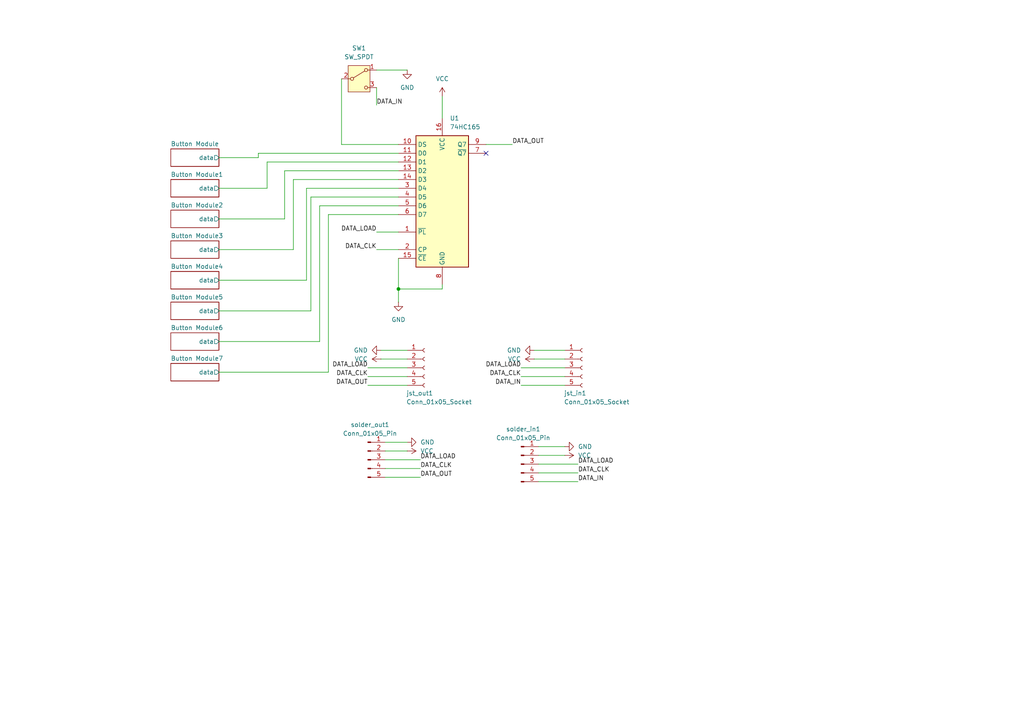
<source format=kicad_sch>
(kicad_sch (version 20231120) (generator "eeschema") (generator_version "8.0")
  (paper "A4")
  (lib_symbols
    (symbol "74xx:74HC165"
      (property "Reference" "U" (at -7.62 19.05 0))
      (property "Value" "74HC165" (at -7.62 -21.59 0))
      (symbol "74HC165_1_0"
        (pin input line (at -12.7 -10.16 0) (length 5.08) (name "~{PL}") (number "1"))
        (pin input line (at -12.7 15.24 0) (length 5.08) (name "DS") (number "10"))
        (pin input line (at -12.7 12.7 0) (length 5.08) (name "D0") (number "11"))
        (pin input line (at -12.7 10.16 0) (length 5.08) (name "D1") (number "12"))
        (pin input line (at -12.7 7.62 0) (length 5.08) (name "D2") (number "13"))
        (pin input line (at -12.7 5.08 0) (length 5.08) (name "D3") (number "14"))
        (pin input line (at -12.7 -17.78 0) (length 5.08) (name "~{CE}") (number "15"))
        (pin power_in line (at 0 22.86 270) (length 5.08) (name "VCC") (number "16"))
        (pin input line (at -12.7 -15.24 0) (length 5.08) (name "CP") (number "2"))
        (pin input line (at -12.7 2.54 0) (length 5.08) (name "D4") (number "3"))
        (pin input line (at -12.7 0 0) (length 5.08) (name "D5") (number "4"))
        (pin input line (at -12.7 -2.54 0) (length 5.08) (name "D6") (number "5"))
        (pin input line (at -12.7 -5.08 0) (length 5.08) (name "D7") (number "6"))
        (pin output line (at 12.7 12.7 180) (length 5.08) (name "~{Q7}") (number "7"))
        (pin power_in line (at 0 -25.4 90) (length 5.08) (name "GND") (number "8"))
        (pin output line (at 12.7 15.24 180) (length 5.08) (name "Q7") (number "9"))
      )
      (symbol "74HC165_1_1"
        (rectangle (start -7.62 17.78) (end 7.62 -20.32) (stroke (width 0.254)) (fill (type background)))
      )
    )
    (symbol "Connector:Conn_01x05_Pin" (pin_names (offset 1.016) hide)
      (property "Reference" "J" (at 0 7.62 0))
      (property "Value" "Conn_01x05_Pin" (at 0 -7.62 0))
      (symbol "Conn_01x05_Pin_1_1"
        (polyline (pts (xy 1.27 -5.08) (xy 0.8636 -5.08)) (stroke (width 0.1524)))
        (polyline (pts (xy 1.27 -2.54) (xy 0.8636 -2.54)) (stroke (width 0.1524)))
        (polyline (pts (xy 1.27 0) (xy 0.8636 0)) (stroke (width 0.1524)))
        (polyline (pts (xy 1.27 2.54) (xy 0.8636 2.54)) (stroke (width 0.1524)))
        (polyline (pts (xy 1.27 5.08) (xy 0.8636 5.08)) (stroke (width 0.1524)))
        (rectangle (start 0.8636 -4.953) (end 0 -5.207) (stroke (width 0.1524)) (fill (type outline)))
        (rectangle (start 0.8636 -2.413) (end 0 -2.667) (stroke (width 0.1524)) (fill (type outline)))
        (rectangle (start 0.8636 0.127) (end 0 -0.127) (stroke (width 0.1524)) (fill (type outline)))
        (rectangle (start 0.8636 2.667) (end 0 2.413) (stroke (width 0.1524)) (fill (type outline)))
        (rectangle (start 0.8636 5.207) (end 0 4.953) (stroke (width 0.1524)) (fill (type outline)))
        (pin passive line (at 5.08 5.08 180) (length 3.81) (name "Pin_1") (number "1"))
        (pin passive line (at 5.08 2.54 180) (length 3.81) (name "Pin_2") (number "2"))
        (pin passive line (at 5.08 0 180) (length 3.81) (name "Pin_3") (number "3"))
        (pin passive line (at 5.08 -2.54 180) (length 3.81) (name "Pin_4") (number "4"))
        (pin passive line (at 5.08 -5.08 180) (length 3.81) (name "Pin_5") (number "5"))
      )
    )
    (symbol "Connector:Conn_01x05_Socket" (pin_names (offset 1.016) hide)
      (property "Reference" "J" (at 0 7.62 0))
      (property "Value" "Conn_01x05_Socket" (at 0 -7.62 0))
      (symbol "Conn_01x05_Socket_1_1"
        (arc (start 0 -4.572) (mid -0.5058 -5.08) (end 0 -5.588) (stroke (width 0.1524)))
        (arc (start 0 -2.032) (mid -0.5058 -2.54) (end 0 -3.048) (stroke (width 0.1524)))
        (polyline (pts (xy -1.27 -5.08) (xy -0.508 -5.08)) (stroke (width 0.1524)))
        (polyline (pts (xy -1.27 -2.54) (xy -0.508 -2.54)) (stroke (width 0.1524)))
        (polyline (pts (xy -1.27 0) (xy -0.508 0)) (stroke (width 0.1524)))
        (polyline (pts (xy -1.27 2.54) (xy -0.508 2.54)) (stroke (width 0.1524)))
        (polyline (pts (xy -1.27 5.08) (xy -0.508 5.08)) (stroke (width 0.1524)))
        (arc (start 0 0.508) (mid -0.5058 0) (end 0 -0.508) (stroke (width 0.1524)))
        (arc (start 0 3.048) (mid -0.5058 2.54) (end 0 2.032) (stroke (width 0.1524)))
        (arc (start 0 5.588) (mid -0.5058 5.08) (end 0 4.572) (stroke (width 0.1524)))
        (pin passive line (at -5.08 5.08 0) (length 3.81) (name "Pin_1") (number "1"))
        (pin passive line (at -5.08 2.54 0) (length 3.81) (name "Pin_2") (number "2"))
        (pin passive line (at -5.08 0 0) (length 3.81) (name "Pin_3") (number "3"))
        (pin passive line (at -5.08 -2.54 0) (length 3.81) (name "Pin_4") (number "4"))
        (pin passive line (at -5.08 -5.08 0) (length 3.81) (name "Pin_5") (number "5"))
      )
    )
    (symbol "GND_1" (power) (pin_numbers hide) (pin_names (offset 0) hide)
      (property "Value" "GND" (at 0 -3.81 0))
      (symbol "GND_1_0_1"
        (polyline (pts (xy 0 0) (xy 0 -1.27) (xy 1.27 -1.27) (xy 0 -2.54) (xy -1.27 -1.27) (xy 0 -1.27)))
      )
      (symbol "GND_1_1_1"
        (pin power_in line (at 0 0 270) (length 0) (name "~") (number "1"))
      )
    )
    (symbol "Switch:SW_SPDT" (pin_names (offset 0) hide)
      (property "Reference" "SW" (at 0 5.08 0))
      (property "Value" "SW_SPDT" (at 0 -5.08 0))
      (symbol "SW_SPDT_0_1"
        (circle (center -2.032 0) (radius 0.4572))
        (polyline (pts (xy -1.651 0.254) (xy 1.651 2.286)))
        (circle (center 2.032 -2.54) (radius 0.4572))
        (circle (center 2.032 2.54) (radius 0.4572))
      )
      (symbol "SW_SPDT_1_1"
        (rectangle (start -3.175 3.81) (end 3.175 -3.81) (fill (type background)))
        (pin passive line (at 5.08 2.54 180) (length 2.54) (name "A") (number "1"))
        (pin passive line (at -5.08 0 0) (length 2.54) (name "B") (number "2"))
        (pin passive line (at 5.08 -2.54 180) (length 2.54) (name "C") (number "3"))
      )
    )
    (symbol "power:VCC" (power) (pin_numbers hide) (pin_names (offset 0) hide)
      (property "Value" "VCC" (at 0 3.556 0))
      (symbol "VCC_0_1"
        (polyline (pts (xy -0.762 1.27) (xy 0 2.54)))
        (polyline (pts (xy 0 0) (xy 0 2.54)))
        (polyline (pts (xy 0 2.54) (xy 0.762 1.27)))
      )
      (symbol "VCC_1_1"
        (pin power_in line (at 0 0 90) (length 0) (name "~") (number "1"))
      )
    )
  )
  (junction (at 115.57 83.82))
  (no_connect (at 140.97 44.45))
  (wire (pts (xy 90.17 57.15) (xy 115.57 57.15)))
  (wire (pts (xy 63.5 81.28) (xy 88.9 81.28)))
  (wire (pts (xy 95.25 107.95) (xy 63.5 107.95)))
  (wire (pts (xy 115.57 44.45) (xy 74.93 44.45)))
  (wire (pts (xy 128.27 27.94) (xy 128.27 34.29)))
  (wire (pts (xy 111.76 135.89) (xy 121.92 135.89)))
  (wire (pts (xy 128.27 83.82) (xy 128.27 82.55)))
  (wire (pts (xy 74.93 44.45) (xy 74.93 45.72)))
  (wire (pts (xy 99.06 41.91) (xy 99.06 22.86)))
  (wire (pts (xy 110.49 101.6) (xy 118.11 101.6)))
  (wire (pts (xy 151.13 111.76) (xy 163.83 111.76)))
  (wire (pts (xy 82.55 63.5) (xy 82.55 49.53)))
  (wire (pts (xy 115.57 83.82) (xy 115.57 87.63)))
  (wire (pts (xy 90.17 57.15) (xy 90.17 90.17)))
  (wire (pts (xy 77.47 46.99) (xy 115.57 46.99)))
  (wire (pts (xy 115.57 41.91) (xy 99.06 41.91)))
  (wire (pts (xy 85.09 72.39) (xy 63.5 72.39)))
  (wire (pts (xy 109.22 25.4) (xy 109.22 30.48)))
  (wire (pts (xy 111.76 133.35) (xy 121.92 133.35)))
  (wire (pts (xy 140.97 41.91) (xy 148.59 41.91)))
  (wire (pts (xy 85.09 52.07) (xy 115.57 52.07)))
  (wire (pts (xy 115.57 83.82) (xy 128.27 83.82)))
  (wire (pts (xy 63.5 54.61) (xy 77.47 54.61)))
  (wire (pts (xy 95.25 62.23) (xy 95.25 107.95)))
  (wire (pts (xy 106.68 106.68) (xy 118.11 106.68)))
  (wire (pts (xy 109.22 67.31) (xy 115.57 67.31)))
  (wire (pts (xy 111.76 130.81) (xy 118.11 130.81)))
  (wire (pts (xy 74.93 45.72) (xy 63.5 45.72)))
  (wire (pts (xy 95.25 62.23) (xy 115.57 62.23)))
  (wire (pts (xy 90.17 90.17) (xy 63.5 90.17)))
  (wire (pts (xy 156.21 137.16) (xy 167.64 137.16)))
  (wire (pts (xy 154.94 101.6) (xy 163.83 101.6)))
  (wire (pts (xy 92.71 59.69) (xy 115.57 59.69)))
  (wire (pts (xy 106.68 111.76) (xy 118.11 111.76)))
  (wire (pts (xy 109.22 72.39) (xy 115.57 72.39)))
  (wire (pts (xy 63.5 99.06) (xy 92.71 99.06)))
  (wire (pts (xy 88.9 81.28) (xy 88.9 54.61)))
  (wire (pts (xy 63.5 63.5) (xy 82.55 63.5)))
  (wire (pts (xy 88.9 54.61) (xy 115.57 54.61)))
  (wire (pts (xy 115.57 74.93) (xy 115.57 83.82)))
  (wire (pts (xy 111.76 128.27) (xy 118.11 128.27)))
  (wire (pts (xy 111.76 138.43) (xy 121.92 138.43)))
  (wire (pts (xy 156.21 139.7) (xy 167.64 139.7)))
  (wire (pts (xy 77.47 54.61) (xy 77.47 46.99)))
  (wire (pts (xy 156.21 134.62) (xy 167.64 134.62)))
  (wire (pts (xy 109.22 20.32) (xy 118.11 20.32)))
  (wire (pts (xy 156.21 129.54) (xy 163.83 129.54)))
  (wire (pts (xy 82.55 49.53) (xy 115.57 49.53)))
  (wire (pts (xy 106.68 109.22) (xy 118.11 109.22)))
  (wire (pts (xy 85.09 52.07) (xy 85.09 72.39)))
  (wire (pts (xy 156.21 132.08) (xy 163.83 132.08)))
  (wire (pts (xy 151.13 106.68) (xy 163.83 106.68)))
  (wire (pts (xy 92.71 99.06) (xy 92.71 59.69)))
  (wire (pts (xy 154.94 104.14) (xy 163.83 104.14)))
  (wire (pts (xy 110.49 104.14) (xy 118.11 104.14)))
  (wire (pts (xy 151.13 109.22) (xy 163.83 109.22)))
  (label "DATA_OUT" (at 121.92 138.43 0))
  (label "DATA_CLK" (at 167.64 137.16 0))
  (label "DATA_CLK" (at 109.22 72.39 180))
  (label "DATA_LOAD" (at 121.92 133.35 0))
  (label "DATA_CLK" (at 106.68 109.22 180))
  (label "DATA_OUT" (at 106.68 111.76 180))
  (label "DATA_IN" (at 167.64 139.7 0))
  (label "DATA_CLK" (at 151.13 109.22 180))
  (label "DATA_IN" (at 151.13 111.76 180))
  (label "DATA_LOAD" (at 151.13 106.68 180))
  (label "DATA_CLK" (at 121.92 135.89 0))
  (label "DATA_OUT" (at 148.59 41.91 0))
  (label "DATA_LOAD" (at 109.22 67.31 180))
  (label "DATA_IN" (at 109.22 30.48 0))
  (label "DATA_LOAD" (at 167.64 134.62 0))
  (label "DATA_LOAD" (at 106.68 106.68 180))
  (symbol (lib_id "Connector:Conn_01x05_Pin") (at 151.13 134.62 0) (unit 1)
    (property "Reference" "solder_in1" (at 151.765 124.46 0))
    (property "Value" "Conn_01x05_Pin" (at 151.765 127 0))
    (property "Footprint" "Connector_PinHeader_2.54mm:PinHeader_1x05_P2.54mm_Vertical" (effects (hide yes)))
    (property "Description" "Generic connector, single row, 01x05, script generated" (effects (hide yes)))
  )
  (symbol (lib_id "power:VCC") (at 110.49 104.14 90) (unit 1)
    (property "Reference" "#PWR01" (effects (hide yes)))
    (property "Value" "VCC" (at 106.68 104.1399 90) (effects (justify left)))
    (property "Description" "Power symbol creates a global label with name \"VCC\"" (effects (hide yes)))
  )
  (symbol (lib_id "power:VCC") (at 163.83 132.08 270) (unit 1)
    (property "Reference" "#PWR029" (effects (hide yes)))
    (property "Value" "VCC" (at 167.64 132.0801 90) (effects (justify left)))
    (property "Description" "Power symbol creates a global label with name \"VCC\"" (effects (hide yes)))
  )
  (symbol (lib_name "GND_1") (lib_id "power:GND") (at 154.94 101.6 270) (unit 1)
    (property "Reference" "#PWR03" (effects (hide yes)))
    (property "Value" "GND" (at 151.13 101.5999 90) (effects (justify right)))
    (property "Description" "Power symbol creates a global label with name \"GND\" , ground" (effects (hide yes)))
  )
  (symbol (lib_id "Connector:Conn_01x05_Socket") (at 168.91 106.68 0) (unit 1)
    (property "Reference" "jst_in1" (at 163.576 114.046 0) (effects (justify left)))
    (property "Value" "Conn_01x05_Socket" (at 163.576 116.586 0) (effects (justify left)))
    (property "Footprint" "Connector_JST:JST_SH_SM05B-SRSS-TB_1x05-1MP_P1.00mm_Horizontal" (effects (hide yes)))
    (property "Description" "Generic connector, single row, 01x05, script generated" (effects (hide yes)))
    (property "Part number" "C136657" (effects (hide yes)))
  )
  (symbol (lib_id "Connector:Conn_01x05_Pin") (at 106.68 133.35 0) (unit 1)
    (property "Reference" "solder_out1" (at 107.315 123.19 0))
    (property "Value" "Conn_01x05_Pin" (at 107.315 125.73 0))
    (property "Footprint" "Connector_PinHeader_2.54mm:PinHeader_1x05_P2.54mm_Vertical" (effects (hide yes)))
    (property "Description" "Generic connector, single row, 01x05, script generated" (effects (hide yes)))
  )
  (symbol (lib_name "GND_1") (lib_id "power:GND") (at 118.11 20.32 0) (unit 1)
    (property "Reference" "#PWR04" (effects (hide yes)))
    (property "Value" "GND" (at 118.11 25.4 0))
    (property "Description" "Power symbol creates a global label with name \"GND\" , ground" (effects (hide yes)))
  )
  (symbol (lib_name "GND_1") (lib_id "power:GND") (at 110.49 101.6 270) (unit 1)
    (property "Reference" "#PWR02" (effects (hide yes)))
    (property "Value" "GND" (at 106.68 101.5999 90) (effects (justify right)))
    (property "Description" "Power symbol creates a global label with name \"GND\" , ground" (effects (hide yes)))
  )
  (symbol (lib_name "GND_1") (lib_id "power:GND") (at 115.57 87.63 0) (unit 1)
    (property "Reference" "#PWR024" (effects (hide yes)))
    (property "Value" "GND" (at 115.57 92.71 0))
    (property "Description" "Power symbol creates a global label with name \"GND\" , ground" (effects (hide yes)))
  )
  (symbol (lib_id "power:VCC") (at 154.94 104.14 90) (unit 1)
    (property "Reference" "#PWR06" (effects (hide yes)))
    (property "Value" "VCC" (at 151.13 104.1399 90) (effects (justify left)))
    (property "Description" "Power symbol creates a global label with name \"VCC\"" (effects (hide yes)))
  )
  (symbol (lib_id "74xx:74HC165") (at 128.27 57.15 0) (unit 1)
    (property "Reference" "U1" (at 130.4641 34.29 0) (effects (justify left)))
    (property "Value" "74HC165" (at 130.4641 36.83 0) (effects (justify left)))
    (property "Footprint" "Package_SO:TSSOP-16-1EP_4.4x5mm_P0.65mm_EP3x3mm_ThermalVias" (effects (hide yes)))
    (property "Datasheet" "https://assets.nexperia.com/documents/data-sheet/74HC_HCT165.pdf" (effects (hide yes)))
    (property "Part number" "C80093" (effects (hide yes)))
  )
  (symbol (lib_name "GND_1") (lib_id "power:GND") (at 118.11 128.27 90) (unit 1)
    (property "Reference" "#PWR025" (effects (hide yes)))
    (property "Value" "GND" (at 121.92 128.2701 90) (effects (justify right)))
    (property "Description" "Power symbol creates a global label with name \"GND\" , ground" (effects (hide yes)))
  )
  (symbol (lib_id "power:VCC") (at 128.27 27.94 0) (unit 1)
    (property "Reference" "#PWR05" (effects (hide yes)))
    (property "Value" "VCC" (at 128.27 22.86 0))
    (property "Description" "Power symbol creates a global label with name \"VCC\"" (effects (hide yes)))
  )
  (symbol (lib_id "Switch:SW_SPDT") (at 104.14 22.86 0) (unit 1)
    (property "Reference" "SW1" (at 104.14 13.97 0))
    (property "Value" "SW_SPDT" (at 104.14 16.51 0))
    (property "Footprint" "Button_Switch_SMD:SW_SPDT_PCM12" (effects (hide yes)))
    (property "Description" "Switch, single pole double throw" (effects (hide yes)))
  )
  (symbol (lib_name "GND_1") (lib_id "power:GND") (at 163.83 129.54 90) (unit 1)
    (property "Reference" "#PWR028" (effects (hide yes)))
    (property "Value" "GND" (at 167.64 129.5401 90) (effects (justify right)))
    (property "Description" "Power symbol creates a global label with name \"GND\" , ground" (effects (hide yes)))
  )
  (symbol (lib_id "Connector:Conn_01x05_Socket") (at 123.19 106.68 0) (unit 1)
    (property "Reference" "jst_out1" (at 117.856 114.046 0) (effects (justify left)))
    (property "Value" "Conn_01x05_Socket" (at 117.856 116.586 0) (effects (justify left)))
    (property "Footprint" "Connector_JST:JST_SH_SM05B-SRSS-TB_1x05-1MP_P1.00mm_Horizontal" (effects (hide yes)))
    (property "Description" "Generic connector, single row, 01x05, script generated" (effects (hide yes)))
    (property "Part number" "C136657" (effects (hide yes)))
  )
  (symbol (lib_id "power:VCC") (at 118.11 130.81 270) (unit 1)
    (property "Reference" "#PWR07" (effects (hide yes)))
    (property "Value" "VCC" (at 121.92 130.8101 90) (effects (justify left)))
    (property "Description" "Power symbol creates a global label with name \"VCC\"" (effects (hide yes)))
  )
  (sheet (at 49.53 78.74) (size 13.97 5.08) (stroke (width 0.1524))
    (property "Sheetname" "Button Module4" (at 49.53 78.0284 0) (effects (justify left bottom)))
    (property "Sheetfile" "bombay_beats_button_module.kicad_sch" (effects (hide yes)))
    (pin "data" output (at 63.5 81.28 0))
  )
  (sheet (at 49.53 87.63) (size 13.97 5.08) (stroke (width 0.1524))
    (property "Sheetname" "Button Module5" (at 49.53 86.9184 0) (effects (justify left bottom)))
    (property "Sheetfile" "bombay_beats_button_module.kicad_sch" (effects (hide yes)))
    (pin "data" output (at 63.5 90.17 0))
  )
  (sheet (at 49.53 43.18) (size 13.97 5.08) (stroke (width 0.1524))
    (property "Sheetname" "Button Module" (at 49.53 42.4684 0) (effects (justify left bottom)))
    (property "Sheetfile" "bombay_beats_button_module.kicad_sch" (effects (hide yes)))
    (pin "data" output (at 63.5 45.72 0))
  )
  (sheet (at 49.53 52.07) (size 13.97 5.08) (stroke (width 0.1524))
    (property "Sheetname" "Button Module1" (at 49.53 51.3584 0) (effects (justify left bottom)))
    (property "Sheetfile" "bombay_beats_button_module.kicad_sch" (effects (hide yes)))
    (pin "data" output (at 63.5 54.61 0))
  )
  (sheet (at 49.53 96.52) (size 13.97 5.08) (stroke (width 0.1524))
    (property "Sheetname" "Button Module6" (at 49.53 95.8084 0) (effects (justify left bottom)))
    (property "Sheetfile" "bombay_beats_button_module.kicad_sch" (effects (hide yes)))
    (pin "data" output (at 63.5 99.06 0))
  )
  (sheet (at 49.53 69.85) (size 13.97 5.08) (stroke (width 0.1524))
    (property "Sheetname" "Button Module3" (at 49.53 69.1384 0) (effects (justify left bottom)))
    (property "Sheetfile" "bombay_beats_button_module.kicad_sch" (effects (hide yes)))
    (pin "data" output (at 63.5 72.39 0))
  )
  (sheet (at 49.53 60.96) (size 13.97 5.08) (stroke (width 0.1524))
    (property "Sheetname" "Button Module2" (at 49.53 60.2484 0) (effects (justify left bottom)))
    (property "Sheetfile" "bombay_beats_button_module.kicad_sch" (effects (hide yes)))
    (pin "data" output (at 63.5 63.5 0))
  )
  (sheet (at 49.53 105.41) (size 13.97 5.08) (stroke (width 0.1524))
    (property "Sheetname" "Button Module7" (at 49.53 104.6984 0) (effects (justify left bottom)))
    (property "Sheetfile" "bombay_beats_button_module.kicad_sch" (effects (hide yes)))
    (pin "data" output (at 63.5 107.95 0))
  )
)
</source>
